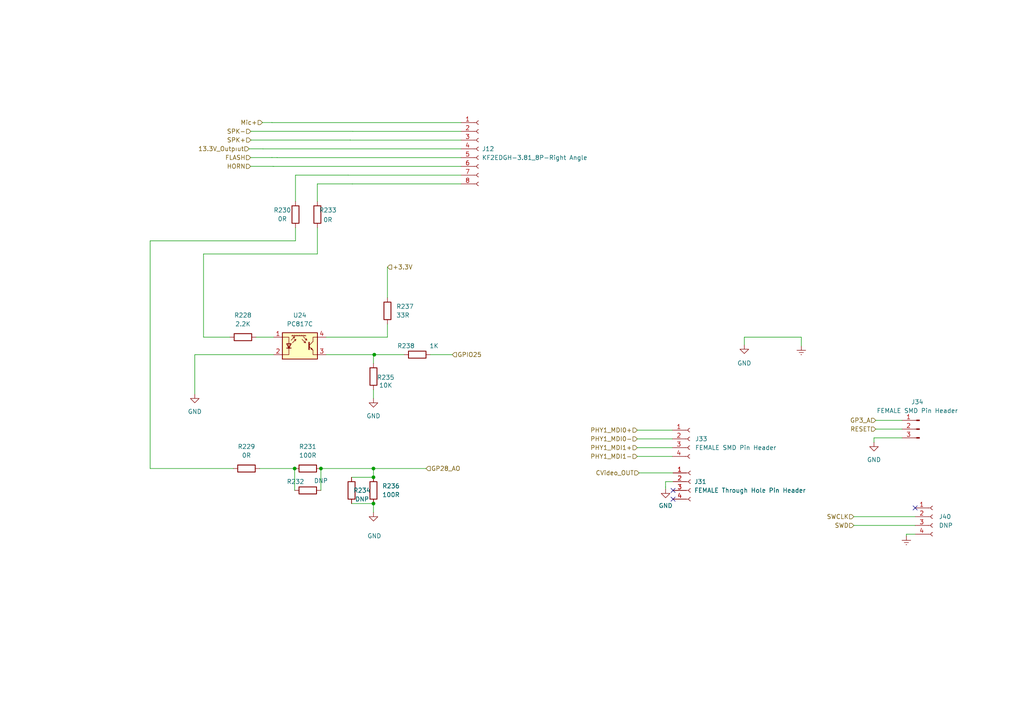
<source format=kicad_sch>
(kicad_sch (version 20231120) (generator "eeschema") (generator_version "8.0")
  (paper "A4")
  (lib_symbols
    (symbol "Connector:Conn_01x03_Pin" (pin_names (offset 1.016) hide)
      (property "Reference" "J" (at 0 5.08 0))
      (property "Value" "Conn_01x03_Pin" (at 0 -5.08 0))
      (symbol "Conn_01x03_Pin_1_1"
        (polyline (pts (xy 1.27 -2.54) (xy 0.8636 -2.54)) (stroke (width 0.1524)))
        (polyline (pts (xy 1.27 0) (xy 0.8636 0)) (stroke (width 0.1524)))
        (polyline (pts (xy 1.27 2.54) (xy 0.8636 2.54)) (stroke (width 0.1524)))
        (rectangle (start 0.8636 -2.413) (end 0 -2.667) (stroke (width 0.1524)) (fill (type outline)))
        (rectangle (start 0.8636 0.127) (end 0 -0.127) (stroke (width 0.1524)) (fill (type outline)))
        (rectangle (start 0.8636 2.667) (end 0 2.413) (stroke (width 0.1524)) (fill (type outline)))
        (pin passive line (at 5.08 2.54 180) (length 3.81) (name "Pin_1") (number "1"))
        (pin passive line (at 5.08 0 180) (length 3.81) (name "Pin_2") (number "2"))
        (pin passive line (at 5.08 -2.54 180) (length 3.81) (name "Pin_3") (number "3"))
      )
    )
    (symbol "Connector:Conn_01x04_Socket" (pin_names (offset 1.016) hide)
      (property "Reference" "J" (at 0 5.08 0))
      (property "Value" "Conn_01x04_Socket" (at 0 -7.62 0))
      (symbol "Conn_01x04_Socket_1_1"
        (arc (start 0 -4.572) (mid -0.5058 -5.08) (end 0 -5.588) (stroke (width 0.1524)))
        (arc (start 0 -2.032) (mid -0.5058 -2.54) (end 0 -3.048) (stroke (width 0.1524)))
        (polyline (pts (xy -1.27 -5.08) (xy -0.508 -5.08)) (stroke (width 0.1524)))
        (polyline (pts (xy -1.27 -2.54) (xy -0.508 -2.54)) (stroke (width 0.1524)))
        (polyline (pts (xy -1.27 0) (xy -0.508 0)) (stroke (width 0.1524)))
        (polyline (pts (xy -1.27 2.54) (xy -0.508 2.54)) (stroke (width 0.1524)))
        (arc (start 0 0.508) (mid -0.5058 0) (end 0 -0.508) (stroke (width 0.1524)))
        (arc (start 0 3.048) (mid -0.5058 2.54) (end 0 2.032) (stroke (width 0.1524)))
        (pin passive line (at -5.08 2.54 0) (length 3.81) (name "Pin_1") (number "1"))
        (pin passive line (at -5.08 0 0) (length 3.81) (name "Pin_2") (number "2"))
        (pin passive line (at -5.08 -2.54 0) (length 3.81) (name "Pin_3") (number "3"))
        (pin passive line (at -5.08 -5.08 0) (length 3.81) (name "Pin_4") (number "4"))
      )
    )
    (symbol "Connector:Conn_01x08_Socket" (pin_names (offset 1.016) hide)
      (property "Reference" "J" (at 0 10.16 0))
      (property "Value" "Conn_01x08_Socket" (at 0 -12.7 0))
      (symbol "Conn_01x08_Socket_1_1"
        (arc (start 0 -9.652) (mid -0.5058 -10.16) (end 0 -10.668) (stroke (width 0.1524)))
        (arc (start 0 -7.112) (mid -0.5058 -7.62) (end 0 -8.128) (stroke (width 0.1524)))
        (arc (start 0 -4.572) (mid -0.5058 -5.08) (end 0 -5.588) (stroke (width 0.1524)))
        (arc (start 0 -2.032) (mid -0.5058 -2.54) (end 0 -3.048) (stroke (width 0.1524)))
        (polyline (pts (xy -1.27 -10.16) (xy -0.508 -10.16)) (stroke (width 0.1524)))
        (polyline (pts (xy -1.27 -7.62) (xy -0.508 -7.62)) (stroke (width 0.1524)))
        (polyline (pts (xy -1.27 -5.08) (xy -0.508 -5.08)) (stroke (width 0.1524)))
        (polyline (pts (xy -1.27 -2.54) (xy -0.508 -2.54)) (stroke (width 0.1524)))
        (polyline (pts (xy -1.27 0) (xy -0.508 0)) (stroke (width 0.1524)))
        (polyline (pts (xy -1.27 2.54) (xy -0.508 2.54)) (stroke (width 0.1524)))
        (polyline (pts (xy -1.27 5.08) (xy -0.508 5.08)) (stroke (width 0.1524)))
        (polyline (pts (xy -1.27 7.62) (xy -0.508 7.62)) (stroke (width 0.1524)))
        (arc (start 0 0.508) (mid -0.5058 0) (end 0 -0.508) (stroke (width 0.1524)))
        (arc (start 0 3.048) (mid -0.5058 2.54) (end 0 2.032) (stroke (width 0.1524)))
        (arc (start 0 5.588) (mid -0.5058 5.08) (end 0 4.572) (stroke (width 0.1524)))
        (arc (start 0 8.128) (mid -0.5058 7.62) (end 0 7.112) (stroke (width 0.1524)))
        (pin passive line (at -5.08 7.62 0) (length 3.81) (name "Pin_1") (number "1"))
        (pin passive line (at -5.08 5.08 0) (length 3.81) (name "Pin_2") (number "2"))
        (pin passive line (at -5.08 2.54 0) (length 3.81) (name "Pin_3") (number "3"))
        (pin passive line (at -5.08 0 0) (length 3.81) (name "Pin_4") (number "4"))
        (pin passive line (at -5.08 -2.54 0) (length 3.81) (name "Pin_5") (number "5"))
        (pin passive line (at -5.08 -5.08 0) (length 3.81) (name "Pin_6") (number "6"))
        (pin passive line (at -5.08 -7.62 0) (length 3.81) (name "Pin_7") (number "7"))
        (pin passive line (at -5.08 -10.16 0) (length 3.81) (name "Pin_8") (number "8"))
      )
    )
    (symbol "Device:R" (pin_numbers hide) (pin_names (offset 0))
      (property "Reference" "R" (at 2.032 0 90))
      (property "Value" "R" (at 0 0 90))
      (symbol "R_0_1"
        (rectangle (start -1.016 -2.54) (end 1.016 2.54) (stroke (width 0.254)))
      )
      (symbol "R_1_1"
        (pin passive line (at 0 3.81 270) (length 1.27) (name "~") (number "1"))
        (pin passive line (at 0 -3.81 90) (length 1.27) (name "~") (number "2"))
      )
    )
    (symbol "Sensor_Proximity:SFH9201" (pin_names (offset 0.0254) hide)
      (property "Reference" "U?" (at 0 8.89 0))
      (property "Value" "SFH9201" (at 0 6.35 0))
      (symbol "SFH9201_0_1"
        (polyline (pts (xy -3.81 -0.635) (xy -2.54 -0.635)) (stroke (width 0.254)))
        (polyline (pts (xy -2.286 2.921) (xy -2.032 3.175)))
        (polyline (pts (xy -1.778 2.921) (xy -1.524 3.175)))
        (polyline (pts (xy -1.524 2.667) (xy -1.651 2.159)))
        (polyline (pts (xy -1.27 2.921) (xy -1.016 3.175)))
        (polyline (pts (xy -1.143 1.905) (xy -1.27 1.397)))
        (polyline (pts (xy -0.762 2.921) (xy -0.508 3.175)))
        (polyline (pts (xy -0.254 2.921) (xy 0 3.175)))
        (polyline (pts (xy 0.254 2.921) (xy 0.508 3.175)))
        (polyline (pts (xy 0.762 2.921) (xy 1.016 3.175)))
        (polyline (pts (xy 1.27 2.921) (xy 1.524 3.175)))
        (polyline (pts (xy 1.651 0.889) (xy 1.143 1.016)))
        (polyline (pts (xy 1.778 2.921) (xy -2.413 2.921)))
        (polyline (pts (xy 2.032 1.651) (xy 1.524 1.778)))
        (polyline (pts (xy 2.667 -0.127) (xy 3.81 -1.27)))
        (polyline (pts (xy 2.667 0.127) (xy 3.81 1.27)))
        (polyline (pts (xy -2.54 1.651) (xy -1.524 2.667) (xy -2.032 2.54)))
        (polyline (pts (xy -2.159 0.889) (xy -1.143 1.905) (xy -1.651 1.778)))
        (polyline (pts (xy 0.635 1.905) (xy 1.651 0.889) (xy 1.524 1.397)))
        (polyline (pts (xy 1.016 2.667) (xy 2.032 1.651) (xy 1.905 2.159)))
        (polyline (pts (xy 2.667 1.016) (xy 2.667 -1.016) (xy 2.667 -1.016)) (stroke (width 0.3556)))
        (polyline (pts (xy 3.81 -1.27) (xy 3.81 -2.54) (xy 5.08 -2.54)))
        (polyline (pts (xy 3.81 1.27) (xy 3.81 2.54) (xy 5.08 2.54)))
        (polyline (pts (xy -5.08 -2.54) (xy -3.175 -2.54) (xy -3.175 2.54) (xy -5.08 2.54)))
        (polyline (pts (xy -3.175 -0.635) (xy -3.81 0.635) (xy -2.54 0.635) (xy -3.175 -0.635)) (stroke (width 0.254)))
        (polyline (pts (xy 3.683 -1.143) (xy 3.429 -0.635) (xy 3.175 -0.889) (xy 3.683 -1.143)))
        (polyline (pts (xy -5.08 -3.81) (xy 5.08 -3.81) (xy 5.08 3.81) (xy -5.08 3.81) (xy -5.08 -3.81)) (stroke (width 0.254)) (fill (type background)))
      )
      (symbol "SFH9201_1_1"
        (pin passive line (at -7.62 2.54 0) (length 2.54) (name "A") (number "1"))
        (pin passive line (at -7.62 -2.54 0) (length 2.54) (name "K") (number "2"))
        (pin open_emitter line (at 7.62 -2.54 180) (length 2.54) (name "E") (number "3"))
        (pin open_collector line (at 7.62 2.54 180) (length 2.54) (name "C") (number "4"))
      )
    )
    (symbol "power:Earth" (power) (pin_names (offset 0))
      (symbol "Earth_0_1"
        (polyline (pts (xy -0.635 -1.905) (xy 0.635 -1.905)))
        (polyline (pts (xy -0.127 -2.54) (xy 0.127 -2.54)))
        (polyline (pts (xy 0 -1.27) (xy 0 0)))
        (polyline (pts (xy 1.27 -1.27) (xy -1.27 -1.27)))
      )
      (symbol "Earth_1_1"
        (pin power_in line (at 0 0 270) (length 0) hide (name "Earth") (number "1"))
      )
    )
    (symbol "power:GND" (power) (pin_names (offset 0))
      (property "Value" "GND" (at 0 -3.81 0))
      (symbol "GND_0_1"
        (polyline (pts (xy 0 0) (xy 0 -1.27) (xy 1.27 -1.27) (xy 0 -2.54) (xy -1.27 -1.27) (xy 0 -1.27)))
      )
      (symbol "GND_1_1"
        (pin power_in line (at 0 0 270) (length 0) hide (name "GND") (number "1"))
      )
    )
  )
  (junction (at 108.3183 138.43))
  (junction (at 108.5627 102.87))
  (junction (at 85.4583 135.89))
  (junction (at 108.3183 146.05))
  (junction (at 108.3183 135.89))
  (junction (at 93.0783 135.89))
  (no_connect (at 265.43 147.32))
  (no_connect (at 195.2178 144.78))
  (no_connect (at 195.2178 142.24))
  (wire (pts (xy 74.2727 97.789) (xy 79.3527 97.789)))
  (wire (pts (xy 85.7027 66.039) (xy 85.7027 69.85)))
  (wire (pts (xy 108.3183 102.87) (xy 108.5627 102.87)))
  (wire (pts (xy 85.4583 135.89) (xy 85.4583 142.24)))
  (wire (pts (xy 78.8807 35.56) (xy 133.7183 35.56)))
  (wire (pts (xy 79.3628 48.2445) (xy 79.3628 48.26)))
  (wire (pts (xy 101.6 40.64) (xy 133.7183 40.64)))
  (wire (pts (xy 56.4927 102.869) (xy 79.3527 102.869)))
  (wire (pts (xy 193.04 139.7) (xy 193.04 141.2722)))
  (wire (pts (xy 79.1337 48.2445) (xy 79.3628 48.2445)))
  (wire (pts (xy 102.2127 53.339) (xy 102.2127 53.34)))
  (wire (pts (xy 184.8359 129.8422) (xy 194.9959 129.8422)))
  (wire (pts (xy 193.04 141.2722) (xy 193.0453 141.2722)))
  (wire (pts (xy 93.0783 135.89) (xy 108.3183 135.89)))
  (wire (pts (xy 78.8807 35.5445) (xy 78.8807 35.56)))
  (wire (pts (xy 232.41 97.79) (xy 232.41 100.33)))
  (wire (pts (xy 112.3727 93.979) (xy 112.3727 97.789)))
  (wire (pts (xy 184.8359 132.3822) (xy 194.9959 132.3822)))
  (wire (pts (xy 43.5483 135.89) (xy 43.5483 69.85)))
  (wire (pts (xy 101.0068 50.8) (xy 133.7183 50.8)))
  (wire (pts (xy 193.0453 141.2722) (xy 193.0453 141.8435)))
  (wire (pts (xy 76.2812 43.18) (xy 133.7183 43.18)))
  (wire (pts (xy 262.89 154.94) (xy 262.89 155.448)))
  (wire (pts (xy 102.2127 53.34) (xy 133.7183 53.34)))
  (wire (pts (xy 102.3409 38.0845) (xy 102.3409 38.1)))
  (wire (pts (xy 101.9683 138.43) (xy 108.3183 138.43)))
  (wire (pts (xy 76.2812 43.1645) (xy 76.2812 43.18)))
  (wire (pts (xy 72.7583 38.1) (xy 72.7583 38.0845)))
  (wire (pts (xy 101.6 40.6245) (xy 101.6 40.64)))
  (wire (pts (xy 92.0527 66.039) (xy 92.0527 73.659)))
  (wire (pts (xy 253.492 127) (xy 253.492 128.27)))
  (wire (pts (xy 247.65 152.4) (xy 265.43 152.4)))
  (wire (pts (xy 75.2983 135.89) (xy 85.4583 135.89)))
  (wire (pts (xy 78.8797 45.7045) (xy 80.3788 45.7045)))
  (wire (pts (xy 108.3183 135.89) (xy 108.3183 138.43)))
  (wire (pts (xy 78.8797 45.7045) (xy 78.8797 45.7035)))
  (wire (pts (xy 72.2421 43.1621) (xy 72.2421 43.1645)))
  (wire (pts (xy 76.1116 35.5445) (xy 78.8807 35.5445)))
  (wire (pts (xy 195.2178 139.7) (xy 193.04 139.7)))
  (wire (pts (xy 43.5483 69.85) (xy 85.7027 69.85)))
  (wire (pts (xy 102.3409 38.1) (xy 133.7183 38.1)))
  (wire (pts (xy 72.7763 40.6245) (xy 101.6 40.6245)))
  (wire (pts (xy 85.7027 50.799) (xy 85.7027 58.419)))
  (wire (pts (xy 72.69 45.7035) (xy 78.8797 45.7035)))
  (wire (pts (xy 72.7763 40.6172) (xy 72.7763 40.6245)))
  (wire (pts (xy 108.5627 102.87) (xy 117.2083 102.87)))
  (wire (pts (xy 92.0363 53.339) (xy 102.2127 53.339)))
  (wire (pts (xy 232.41 97.79) (xy 215.8794 97.79)))
  (wire (pts (xy 265.43 154.94) (xy 262.89 154.94)))
  (wire (pts (xy 108.5627 102.869) (xy 108.5627 102.87)))
  (wire (pts (xy 108.3183 146.05) (xy 108.3183 148.59)))
  (wire (pts (xy 247.65 149.86) (xy 265.43 149.86)))
  (wire (pts (xy 254 121.92) (xy 261.62 121.92)))
  (wire (pts (xy 59.0327 73.659) (xy 59.0327 97.789)))
  (wire (pts (xy 72.7583 38.0845) (xy 102.3409 38.0845)))
  (wire (pts (xy 80.3788 45.72) (xy 133.7183 45.72)))
  (wire (pts (xy 59.0327 97.789) (xy 66.6527 97.789)))
  (wire (pts (xy 108.3183 102.87) (xy 108.3183 105.4016)))
  (wire (pts (xy 79.1337 48.2435) (xy 72.69 48.2435)))
  (wire (pts (xy 92.0527 73.659) (xy 59.0327 73.659)))
  (wire (pts (xy 80.3788 45.7045) (xy 80.3788 45.72)))
  (wire (pts (xy 79.3628 48.26) (xy 133.7183 48.26)))
  (wire (pts (xy 94.5927 102.869) (xy 108.5627 102.869)))
  (wire (pts (xy 94.5927 97.789) (xy 112.3727 97.789)))
  (wire (pts (xy 215.8794 97.79) (xy 215.8794 100.0068)))
  (wire (pts (xy 93.0783 135.89) (xy 93.0783 142.24)))
  (wire (pts (xy 101.9683 146.05) (xy 108.3183 146.05)))
  (wire (pts (xy 124.8283 102.87) (xy 131.1783 102.87)))
  (wire (pts (xy 72.2421 43.1645) (xy 76.2812 43.1645)))
  (wire (pts (xy 76.1116 35.5341) (xy 76.1116 35.5445)))
  (wire (pts (xy 184.8359 124.7622) (xy 194.9959 124.7622)))
  (wire (pts (xy 79.1337 48.2445) (xy 79.1337 48.2435)))
  (wire (pts (xy 67.6783 135.89) (xy 43.5483 135.89)))
  (wire (pts (xy 108.3183 135.89) (xy 123.5583 135.89)))
  (wire (pts (xy 261.62 127) (xy 253.492 127)))
  (wire (pts (xy 92.0363 58.419) (xy 92.0527 58.419)))
  (wire (pts (xy 85.7027 50.799) (xy 101.0068 50.799)))
  (wire (pts (xy 254 124.46) (xy 261.62 124.46)))
  (wire (pts (xy 184.8359 127.3022) (xy 194.9959 127.3022)))
  (wire (pts (xy 101.0068 50.799) (xy 101.0068 50.8)))
  (wire (pts (xy 108.3183 113.0216) (xy 108.3183 115.57)))
  (wire (pts (xy 195.2178 137.16) (xy 185.3476 137.16)))
  (wire (pts (xy 92.0363 53.339) (xy 92.0363 58.419)))
  (wire (pts (xy 56.4927 102.869) (xy 56.4927 114.299)))
  (wire (pts (xy 112.3727 77.469) (xy 112.3727 86.359)))
  (hierarchical_label "GP3_A" (shape input) (at 254 121.92 180))
  (hierarchical_label "PHY1_MDI1+" (shape input) (at 184.8359 129.8422 180))
  (hierarchical_label "RESET" (shape input) (at 254 124.46 180))
  (hierarchical_label "GPIO25" (shape input) (at 131.1783 102.87 0))
  (hierarchical_label "PHY1_MDI1-" (shape input) (at 184.8359 132.3822 180))
  (hierarchical_label "SPK+" (shape input) (at 72.7763 40.6172 180))
  (hierarchical_label "PHY1_MDI0-" (shape input) (at 184.8359 127.3022 180))
  (hierarchical_label "PHY1_MDI0+" (shape input) (at 184.8359 124.7622 180))
  (hierarchical_label "GP28_AO" (shape input) (at 123.5583 135.89 0))
  (hierarchical_label "Mic+" (shape input) (at 76.1116 35.5341 180))
  (hierarchical_label "SWCLK" (shape input) (at 247.65 149.86 180))
  (hierarchical_label "+3.3V" (shape input) (at 112.3727 77.469 0))
  (hierarchical_label "HORN" (shape input) (at 72.69 48.2435 180))
  (hierarchical_label "CVideo_OUT" (shape input) (at 185.3476 137.16 180))
  (hierarchical_label "SWD" (shape input) (at 247.65 152.4 180))
  (hierarchical_label "FLASH" (shape input) (at 72.69 45.7035 180))
  (hierarchical_label "13.3V_Outpıut" (shape input) (at 72.2421 43.1621 180))
  (hierarchical_label "SPK-" (shape input) (at 72.7583 38.1 180))
  (symbol (lib_id "power:GND") (at 108.3183 148.59 0) (unit 1)
    (property "Reference" "#PWR044" (effects (hide yes)))
    (property "Value" "GND" (at 108.5723 155.448 0))
    (property "Description" "Power symbol creates a global label with name \"GND\" , ground" (effects (hide yes)))
    (instances (project "MXVR_3566" (path "" (reference "#PWR044") (unit 1))) (project "LM1117" (path "" (reference "#PWR03") (unit 1)) (path "" (reference "#PWR013") (unit 1))) (project "IO_Board" (path "" (reference "#PWR047") (unit 1))))
  )
  (symbol (lib_id "Connector:Conn_01x04_Socket") (at 200.0759 127.3022 0) (unit 1)
    (property "Reference" "J33" (at 201.5999 127.3021 0) (effects (justify left)))
    (property "Value" "FEMALE SMD Pin Header" (at 201.5999 129.8421 0) (effects (justify left)))
    (property "Footprint" "Connector_PinSocket_2.54mm:PinSocket_2x02_P2.54mm_Vertical_SMD" (effects (hide yes)))
    (property "Description" "Generic connector, single row, 01x04, script generated" (effects (hide yes)))
    (property "MPN" "2.54 2*2p 贴片排母" (effects (hide yes)))
  )
  (symbol (lib_id "Device:R") (at 121.0183 102.87 90) (unit 1)
    (property "Reference" "R238" (at 117.7598 100.331 90))
    (property "Value" "1K" (at 125.8878 100.331 90))
    (property "Footprint" "Resistor_SMD:R_0603_1608Metric" (effects (hide yes)))
    (property "Description" "Resistor" (effects (hide yes)))
    (property "MPN" "0603WAF1001T5E" (effects (hide yes)))
    (instances (project "MXVR_3566" (path "" (reference "R238") (unit 1))) (project "LM1117" (path "" (reference "R?") (unit 1)) (path "" (reference "R?") (unit 1)) (path "" (reference "R?") (unit 1))) (project "IO_Board" (path "" (reference "R3") (unit 1))))
  )
  (symbol (lib_id "power:GND") (at 108.3183 115.57 0) (unit 1)
    (property "Reference" "#PWR045" (effects (hide yes)))
    (property "Value" "GND" (at 108.3183 120.65 0))
    (property "Description" "Power symbol creates a global label with name \"GND\" , ground" (effects (hide yes)))
    (instances (project "MXVR_3566" (path "" (reference "#PWR045") (unit 1))) (project "LM1117" (path "" (reference "#PWR05") (unit 1)) (path "" (reference "#PWR014") (unit 1)) (path "" (reference "#PWR019") (unit 1))) (project "IO_Board" (path "" (reference "#PWR020") (unit 1))))
  )
  (symbol (lib_id "Connector:Conn_01x04_Socket") (at 200.2978 139.7 0) (unit 1)
    (property "Reference" "J31" (at 201.3459 139.6999 0) (effects (justify left)))
    (property "Value" "FEMALE Through Hole Pin Header" (at 201.3459 142.2399 0) (effects (justify left)))
    (property "Footprint" "Connector_PinSocket_2.54mm:PinSocket_2x02_P2.54mm_Vertical" (effects (hide yes)))
    (property "Description" "Generic connector, single row, 01x04, script generated" (effects (hide yes)))
    (property "MPN" "2.54 2*2p 插件排母" (effects (hide yes)))
  )
  (symbol (lib_id "Device:R") (at 70.4627 97.789 90) (unit 1)
    (property "Reference" "R228" (at 70.4627 91.439 90))
    (property "Value" "2.2K" (at 70.4627 93.979 90))
    (property "Footprint" "Resistor_SMD:R_0603_1608Metric" (effects (hide yes)))
    (property "Description" "Resistor" (effects (hide yes)))
    (property "MPN" "0603WAF2201T5E" (effects (hide yes)))
    (instances (project "MXVR_3566" (path "" (reference "R228") (unit 1))) (project "LM1117" (path "" (reference "R?") (unit 1)) (path "" (reference "R?") (unit 1)) (path "" (reference "R?") (unit 1))) (project "IO_Board" (path "" (reference "R1") (unit 1))))
  )
  (symbol (lib_id "power:GND") (at 56.4927 114.299 0) (unit 1)
    (property "Reference" "#PWR043" (effects (hide yes)))
    (property "Value" "GND" (at 56.4927 119.379 0))
    (property "Description" "Power symbol creates a global label with name \"GND\" , ground" (effects (hide yes)))
    (instances (project "MXVR_3566" (path "" (reference "#PWR043") (unit 1))) (project "LM1117" (path "" (reference "#PWR05") (unit 1)) (path "" (reference "#PWR012") (unit 1)) (path "" (reference "#PWR017") (unit 1))) (project "IO_Board" (path "" (reference "#PWR017") (unit 1))))
  )
  (symbol (lib_id "power:GND") (at 215.8794 100.0068 0) (mirror y) (unit 1)
    (property "Reference" "#PWR0146" (effects (hide yes)))
    (property "Value" "GND" (at 215.8794 105.3408 0))
    (property "Description" "Power symbol creates a global label with name \"GND\" , ground" (effects (hide yes)))
  )
  (symbol (lib_id "Device:R") (at 89.2683 142.24 90) (unit 1)
    (property "Reference" "R232" (at 85.7123 139.7 90))
    (property "Value" "DNP" (at 93.0783 139.446 90))
    (property "Footprint" "Resistor_THT:R_Axial_DIN0204_L3.6mm_D1.6mm_P1.90mm_Vertical" (effects (hide yes)))
    (property "Description" "Resistor" (effects (hide yes)))
    (instances (project "MXVR_3566" (path "" (reference "R232") (unit 1))) (project "IO_Board" (path "" (reference "R39") (unit 1))))
  )
  (symbol (lib_id "Connector:Conn_01x08_Socket") (at 138.7983 43.18 0) (unit 1)
    (property "Reference" "J12" (at 139.767 43.1799 0) (effects (justify left)))
    (property "Value" "KF2EDGH-3.81_8P-Right Angle" (at 139.767 45.7199 0) (effects (justify left)))
    (property "Footprint" "KF2EDGH:KF2EDGH-3.81_8P" (effects (hide yes)))
    (property "Description" "Generic connector, single row, 01x08, script generated" (effects (hide yes)))
    (property "MPN" "15EDGK-3.81 双层 2*4p" (effects (hide yes)))
  )
  (symbol (lib_id "power:GND") (at 193.0453 141.8435 0) (unit 1)
    (property "Reference" "#PWR0228" (effects (hide yes)))
    (property "Value" "GND" (at 193.0453 146.6709 0))
    (property "Description" "Power symbol creates a global label with name \"GND\" , ground" (effects (hide yes)))
  )
  (symbol (lib_id "Device:R") (at 92.0527 62.229 0) (unit 1)
    (property "Reference" "R233" (at 95.1007 60.959 0))
    (property "Value" "0R" (at 95.1007 63.753 0))
    (property "Footprint" "Resistor_SMD:R_0603_1608Metric" (effects (hide yes)))
    (property "Description" "Resistor" (effects (hide yes)))
    (property "MPN" "0603WAF0000T5E" (effects (hide yes)))
    (instances (project "MXVR_3566" (path "" (reference "R233") (unit 1))) (project "LM1117" (path "" (reference "R1") (unit 1)) (path "" (reference "R?") (unit 1))) (project "IO_Board" (path "" (reference "R11") (unit 1))))
  )
  (symbol (lib_id "Device:R") (at 89.2683 135.89 270) (unit 1)
    (property "Reference" "R231" (at 89.2683 129.54 90))
    (property "Value" "100R" (at 89.2683 132.08 90))
    (property "Footprint" "Resistor_SMD:R_0603_1608Metric" (effects (hide yes)))
    (property "Description" "Resistor" (effects (hide yes)))
    (property "MPN" "0603WAF1000T5E" (effects (hide yes)))
    (instances (project "MXVR_3566" (path "" (reference "R231") (unit 1))) (project "LM1117" (path "" (reference "R1") (unit 1)) (path "" (reference "R?") (unit 1))) (project "IO_Board" (path "" (reference "R10") (unit 1))))
  )
  (symbol (lib_id "power:GND") (at 253.492 128.27 0) (unit 1)
    (property "Reference" "#PWR0226" (effects (hide yes)))
    (property "Value" "GND" (at 253.492 133.35 0))
    (property "Description" "Power symbol creates a global label with name \"GND\" , ground" (effects (hide yes)))
  )
  (symbol (lib_id "Device:R") (at 85.7027 62.229 0) (unit 1)
    (property "Reference" "R230" (at 81.8927 60.959 0))
    (property "Value" "0R" (at 81.8927 63.499 0))
    (property "Footprint" "Resistor_SMD:R_0603_1608Metric" (effects (hide yes)))
    (property "Description" "Resistor" (effects (hide yes)))
    (property "MPN" "0603WAF0000T5E" (effects (hide yes)))
    (instances (project "MXVR_3566" (path "" (reference "R230") (unit 1))) (project "LM1117" (path "" (reference "R1") (unit 1)) (path "" (reference "R?") (unit 1))) (project "IO_Board" (path "" (reference "R11") (unit 1))))
  )
  (symbol (lib_id "Device:R") (at 101.9683 142.24 180) (unit 1)
    (property "Reference" "R234" (at 105.0163 142.24 0))
    (property "Value" "DNP" (at 105.0163 144.78 0))
    (property "Footprint" "Resistor_THT:R_Axial_DIN0204_L3.6mm_D1.6mm_P1.90mm_Vertical" (effects (hide yes)))
    (property "Description" "Resistor" (effects (hide yes)))
    (instances (project "MXVR_3566" (path "" (reference "R234") (unit 1))) (project "IO_Board" (path "" (reference "R45") (unit 1))))
  )
  (symbol (lib_id "Device:R") (at 108.3183 142.24 180) (unit 1)
    (property "Reference" "R236" (at 110.8583 140.9699 0) (effects (justify right)))
    (property "Value" "100R" (at 110.8583 143.5099 0) (effects (justify right)))
    (property "Footprint" "Resistor_SMD:R_0603_1608Metric" (effects (hide yes)))
    (property "Description" "Resistor" (effects (hide yes)))
    (property "MPN" "0603WAF1000T5E" (effects (hide yes)))
    (instances (project "MXVR_3566" (path "" (reference "R236") (unit 1))) (project "LM1117" (path "" (reference "R1") (unit 1)) (path "" (reference "R?") (unit 1))) (project "IO_Board" (path "" (reference "R16") (unit 1))))
  )
  (symbol (lib_id "Connector:Conn_01x03_Pin") (at 266.7 124.46 0) (mirror y) (unit 1)
    (property "Reference" "J34" (at 266.065 116.586 0))
    (property "Value" "FEMALE SMD Pin Header" (at 266.065 119.126 0))
    (property "Footprint" "Connector_PinSocket_2.54mm:PinSocket_1x03_P2.54mm_Vertical_SMD_Pin1Left" (effects (hide yes)))
    (property "Description" "Generic connector, single row, 01x03, script generated" (effects (hide yes)))
    (property "MPN" "1*3p 2.54 贴片排母  " (effects (hide yes)))
  )
  (symbol (lib_id "power:Earth") (at 232.41 100.33 0) (unit 1)
    (property "Reference" "#PWR0162" (effects (hide yes)))
    (property "Value" "Earth" (effects (hide yes)))
    (property "Description" "Power symbol creates a global label with name \"Earth\"" (effects (hide yes)))
  )
  (symbol (lib_id "Sensor_Proximity:SFH9201") (at 86.9727 100.329 0) (unit 1)
    (property "Reference" "U24" (at 86.9727 91.439 0))
    (property "Value" "PC817C" (at 86.9727 93.979 0))
    (property "Footprint" "HDMI 2.0 TX:PC817" (effects (hide yes)))
    (property "MPN" "PC817C_4PIN_SMD" (effects (hide yes)))
    (instances (project "MXVR_3566" (path "" (reference "U24") (unit 1))) (project "LM1117" (path "" (reference "U?") (unit 1)) (path "" (reference "U?") (unit 1))) (project "IO_Board" (path "" (reference "U1") (unit 1))))
  )
  (symbol (lib_id "Device:R") (at 112.3727 90.169 0) (unit 1)
    (property "Reference" "R237" (at 114.9127 88.8989 0) (effects (justify left)))
    (property "Value" "33R" (at 114.9127 91.4389 0) (effects (justify left)))
    (property "Footprint" "Resistor_SMD:R_0603_1608Metric" (effects (hide yes)))
    (property "Description" "Resistor" (effects (hide yes)))
    (property "MPN" "0603WAF330JT5E" (effects (hide yes)))
    (instances (project "MXVR_3566" (path "" (reference "R237") (unit 1))) (project "LM1117" (path "" (reference "R?") (unit 1)) (path "" (reference "R?") (unit 1)) (path "" (reference "R?") (unit 1))) (project "IO_Board" (path "" (reference "R3") (unit 1))))
  )
  (symbol (lib_id "Connector:Conn_01x04_Socket") (at 270.51 149.86 0) (unit 1)
    (property "Reference" "J40" (at 272.288 149.8599 0) (effects (justify left)))
    (property "Value" "DNP" (at 272.288 152.3999 0) (effects (justify left)))
    (property "Footprint" "Connector_PinSocket_2.00mm:PinSocket_1x04_P2.00mm_Vertical" (effects (hide yes)))
    (property "Description" "Generic connector, single row, 01x04, script generated" (effects (hide yes)))
  )
  (symbol (lib_id "Device:R") (at 71.4883 135.89 270) (unit 1)
    (property "Reference" "R229" (at 71.4883 129.54 90))
    (property "Value" "0R" (at 71.4883 132.08 90))
    (property "Footprint" "Resistor_SMD:R_0603_1608Metric" (effects (hide yes)))
    (property "Description" "Resistor" (effects (hide yes)))
    (property "MPN" "0603WAF0000T5E" (effects (hide yes)))
    (instances (project "MXVR_3566" (path "" (reference "R229") (unit 1))) (project "LM1117" (path "" (reference "R1") (unit 1)) (path "" (reference "R?") (unit 1))) (project "IO_Board" (path "" (reference "R6") (unit 1))))
  )
  (symbol (lib_id "Device:R") (at 108.3183 109.2116 180) (unit 1)
    (property "Reference" "R235" (at 111.8743 109.474 0))
    (property "Value" "10K" (at 111.8743 111.76 0))
    (property "Footprint" "Resistor_SMD:R_0603_1608Metric" (effects (hide yes)))
    (property "Description" "Resistor" (effects (hide yes)))
    (property "MPN" "0603WAF1002T5E" (effects (hide yes)))
    (instances (project "MXVR_3566" (path "" (reference "R235") (unit 1))) (project "LM1117" (path "" (reference "R?") (unit 1)) (path "" (reference "R?") (unit 1)) (path "" (reference "R?") (unit 1))) (project "IO_Board" (path "" (reference "R3") (unit 1))))
  )
  (symbol (lib_id "power:Earth") (at 262.89 155.448 0) (unit 1)
    (property "Reference" "#PWR0234" (effects (hide yes)))
    (property "Value" "Earth" (effects (hide yes)))
    (property "Description" "Power symbol creates a global label with name \"Earth\"" (effects (hide yes)))
  )
)
</source>
